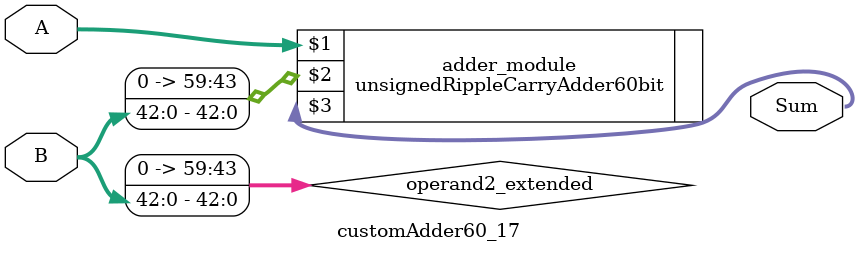
<source format=v>
module customAdder60_17(
                        input [59 : 0] A,
                        input [42 : 0] B,
                        
                        output [60 : 0] Sum
                );

        wire [59 : 0] operand2_extended;
        
        assign operand2_extended =  {17'b0, B};
        
        unsignedRippleCarryAdder60bit adder_module(
            A,
            operand2_extended,
            Sum
        );
        
        endmodule
        
</source>
